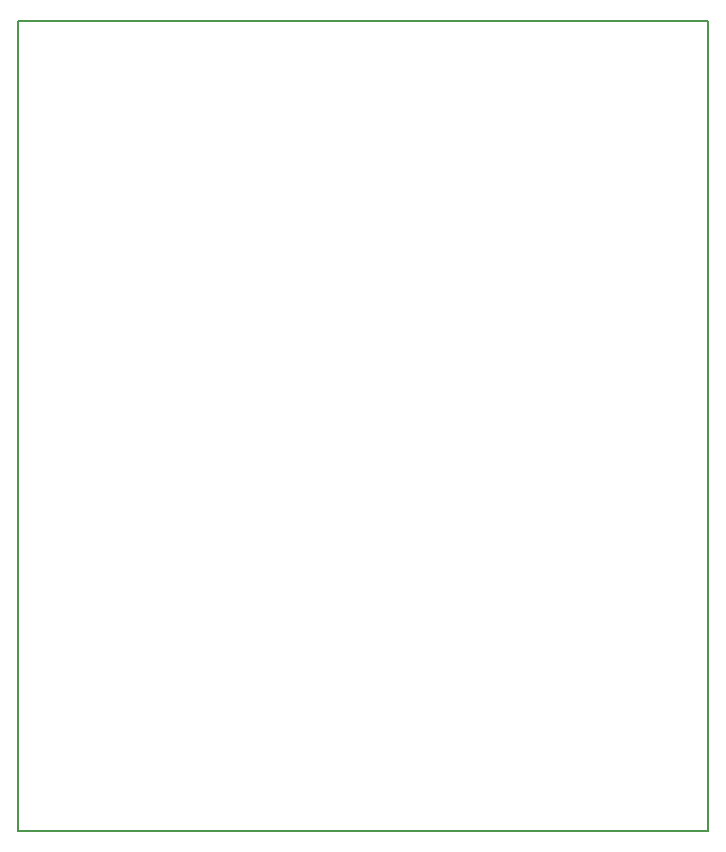
<source format=gbr>
G04 #@! TF.GenerationSoftware,KiCad,Pcbnew,(5.0.1)-3*
G04 #@! TF.CreationDate,2018-12-28T16:37:43-07:00*
G04 #@! TF.ProjectId,New_battery,4E65775F626174746572792E6B696361,rev?*
G04 #@! TF.SameCoordinates,Original*
G04 #@! TF.FileFunction,Profile,NP*
%FSLAX46Y46*%
G04 Gerber Fmt 4.6, Leading zero omitted, Abs format (unit mm)*
G04 Created by KiCad (PCBNEW (5.0.1)-3) date 2018-12-28 4:37:43 PM*
%MOMM*%
%LPD*%
G01*
G04 APERTURE LIST*
%ADD10C,0.150000*%
G04 APERTURE END LIST*
D10*
X210185000Y-57785000D02*
X215900000Y-57785000D01*
X210185000Y-126365000D02*
X210185000Y-57785000D01*
X268605000Y-126365000D02*
X210185000Y-126365000D01*
X268605000Y-57785000D02*
X268605000Y-126365000D01*
X213360000Y-57785000D02*
X268605000Y-57785000D01*
M02*

</source>
